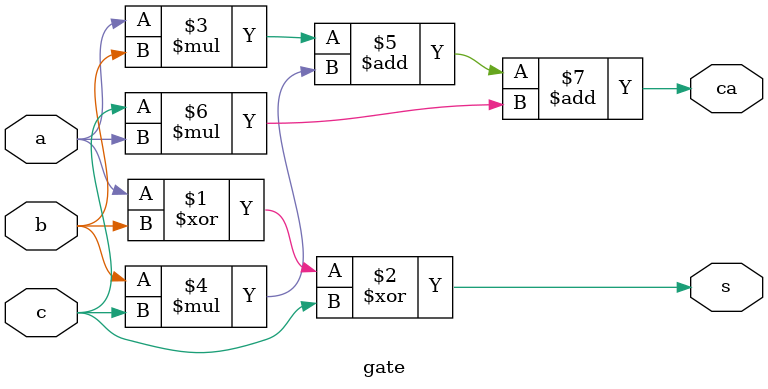
<source format=v>
module gate(a, b, c, s, ca);
input a, b, c;
output s, ca;
assign s = a ^ b ^ c;
assign ca = a*b + b*c + c*a;
endmodule

</source>
